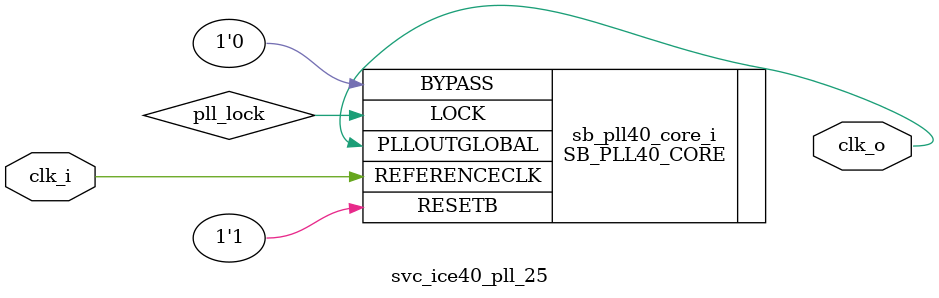
<source format=sv>
`ifndef SVC_ICE40_PLL_25
`define SVC_ICE40_PLL_25

`include "svc.sv"

`define PLL_DIVR (4'd0)
`define PLL_DIVF (7'd7)
`define PLL_DIVQ (3'd5)
`define PLL_FILTER_RANGE (3'd5)

module svc_ice40_pll_25 (
    input  logic clk_i,
    output logic clk_o
);
`ifndef VERILATOR
  logic pll_lock;

  SB_PLL40_CORE #(
      .FEEDBACK_PATH("SIMPLE"),
      .DIVR         (`PLL_DIVR),
      .DIVF         (`PLL_DIVF),
      .DIVQ         (`PLL_DIVQ),
      .FILTER_RANGE (`PLL_FILTER_RANGE)
  ) sb_pll40_core_i (
      .LOCK        (pll_lock),
      .RESETB      (1'b1),
      .BYPASS      (1'b0),
      .REFERENCECLK(clk_i),
      .PLLOUTGLOBAL(clk_o)
  );
`endif

endmodule
// verilator lint_on UNUSEDSIGNAL
// verilator lint_on UNDRIVEN

`endif

</source>
